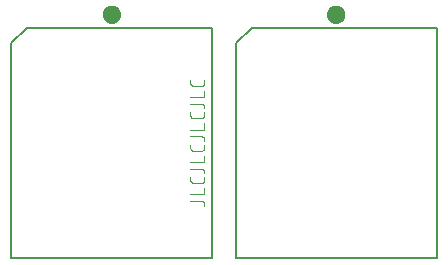
<source format=gbr>
G04 EAGLE Gerber RS-274X export*
G75*
%MOMM*%
%FSLAX34Y34*%
%LPD*%
%INSilkscreen Top*%
%IPPOS*%
%AMOC8*
5,1,8,0,0,1.08239X$1,22.5*%
G01*
%ADD10C,0.101600*%
%ADD11C,0.127000*%
%ADD12C,1.000000*%


D10*
X168148Y64930D02*
X177236Y64930D01*
X177236Y64929D02*
X177335Y64927D01*
X177435Y64921D01*
X177534Y64912D01*
X177632Y64899D01*
X177730Y64882D01*
X177828Y64861D01*
X177924Y64836D01*
X178019Y64808D01*
X178113Y64776D01*
X178206Y64741D01*
X178298Y64702D01*
X178388Y64659D01*
X178476Y64614D01*
X178563Y64564D01*
X178647Y64512D01*
X178730Y64456D01*
X178810Y64398D01*
X178888Y64336D01*
X178963Y64271D01*
X179036Y64203D01*
X179106Y64133D01*
X179174Y64060D01*
X179239Y63985D01*
X179301Y63907D01*
X179359Y63827D01*
X179415Y63744D01*
X179467Y63660D01*
X179517Y63573D01*
X179562Y63485D01*
X179605Y63395D01*
X179644Y63303D01*
X179679Y63210D01*
X179711Y63116D01*
X179739Y63021D01*
X179764Y62925D01*
X179785Y62827D01*
X179802Y62729D01*
X179815Y62631D01*
X179824Y62532D01*
X179830Y62432D01*
X179832Y62333D01*
X179832Y61035D01*
X179832Y70607D02*
X168148Y70607D01*
X179832Y70607D02*
X179832Y75800D01*
X179832Y82672D02*
X179832Y85269D01*
X179832Y82672D02*
X179830Y82573D01*
X179824Y82473D01*
X179815Y82374D01*
X179802Y82276D01*
X179785Y82178D01*
X179764Y82080D01*
X179739Y81984D01*
X179711Y81889D01*
X179679Y81795D01*
X179644Y81702D01*
X179605Y81610D01*
X179562Y81520D01*
X179517Y81432D01*
X179467Y81345D01*
X179415Y81261D01*
X179359Y81178D01*
X179301Y81098D01*
X179239Y81020D01*
X179174Y80945D01*
X179106Y80872D01*
X179036Y80802D01*
X178963Y80734D01*
X178888Y80669D01*
X178810Y80607D01*
X178730Y80549D01*
X178647Y80493D01*
X178563Y80441D01*
X178476Y80391D01*
X178388Y80346D01*
X178298Y80303D01*
X178206Y80264D01*
X178113Y80229D01*
X178019Y80197D01*
X177924Y80169D01*
X177828Y80144D01*
X177730Y80123D01*
X177632Y80106D01*
X177534Y80093D01*
X177435Y80084D01*
X177335Y80078D01*
X177236Y80076D01*
X170744Y80076D01*
X170645Y80078D01*
X170545Y80084D01*
X170446Y80093D01*
X170348Y80106D01*
X170250Y80124D01*
X170152Y80144D01*
X170056Y80169D01*
X169960Y80197D01*
X169866Y80229D01*
X169773Y80264D01*
X169682Y80303D01*
X169592Y80346D01*
X169503Y80391D01*
X169417Y80441D01*
X169332Y80493D01*
X169250Y80549D01*
X169170Y80608D01*
X169092Y80669D01*
X169016Y80734D01*
X168943Y80802D01*
X168873Y80872D01*
X168805Y80945D01*
X168740Y81021D01*
X168679Y81099D01*
X168620Y81179D01*
X168564Y81261D01*
X168512Y81346D01*
X168463Y81432D01*
X168417Y81521D01*
X168374Y81611D01*
X168335Y81702D01*
X168300Y81795D01*
X168268Y81889D01*
X168240Y81985D01*
X168215Y82081D01*
X168195Y82179D01*
X168177Y82277D01*
X168164Y82375D01*
X168155Y82474D01*
X168149Y82573D01*
X168147Y82673D01*
X168148Y82672D02*
X168148Y85269D01*
X168148Y92362D02*
X177236Y92362D01*
X177236Y92361D02*
X177335Y92359D01*
X177435Y92353D01*
X177534Y92344D01*
X177632Y92331D01*
X177730Y92314D01*
X177828Y92293D01*
X177924Y92268D01*
X178019Y92240D01*
X178113Y92208D01*
X178206Y92173D01*
X178298Y92134D01*
X178388Y92091D01*
X178476Y92046D01*
X178563Y91996D01*
X178647Y91944D01*
X178730Y91888D01*
X178810Y91830D01*
X178888Y91768D01*
X178963Y91703D01*
X179036Y91635D01*
X179106Y91565D01*
X179174Y91492D01*
X179239Y91417D01*
X179301Y91339D01*
X179359Y91259D01*
X179415Y91176D01*
X179467Y91092D01*
X179517Y91005D01*
X179562Y90917D01*
X179605Y90827D01*
X179644Y90735D01*
X179679Y90642D01*
X179711Y90548D01*
X179739Y90453D01*
X179764Y90357D01*
X179785Y90259D01*
X179802Y90161D01*
X179815Y90063D01*
X179824Y89964D01*
X179830Y89864D01*
X179832Y89765D01*
X179832Y88467D01*
X179832Y98039D02*
X168148Y98039D01*
X179832Y98039D02*
X179832Y103232D01*
X179832Y110104D02*
X179832Y112701D01*
X179832Y110104D02*
X179830Y110005D01*
X179824Y109905D01*
X179815Y109806D01*
X179802Y109708D01*
X179785Y109610D01*
X179764Y109512D01*
X179739Y109416D01*
X179711Y109321D01*
X179679Y109227D01*
X179644Y109134D01*
X179605Y109042D01*
X179562Y108952D01*
X179517Y108864D01*
X179467Y108777D01*
X179415Y108693D01*
X179359Y108610D01*
X179301Y108530D01*
X179239Y108452D01*
X179174Y108377D01*
X179106Y108304D01*
X179036Y108234D01*
X178963Y108166D01*
X178888Y108101D01*
X178810Y108039D01*
X178730Y107981D01*
X178647Y107925D01*
X178563Y107873D01*
X178476Y107823D01*
X178388Y107778D01*
X178298Y107735D01*
X178206Y107696D01*
X178113Y107661D01*
X178019Y107629D01*
X177924Y107601D01*
X177828Y107576D01*
X177730Y107555D01*
X177632Y107538D01*
X177534Y107525D01*
X177435Y107516D01*
X177335Y107510D01*
X177236Y107508D01*
X170744Y107508D01*
X170645Y107510D01*
X170545Y107516D01*
X170446Y107525D01*
X170348Y107538D01*
X170250Y107556D01*
X170152Y107576D01*
X170056Y107601D01*
X169960Y107629D01*
X169866Y107661D01*
X169773Y107696D01*
X169682Y107735D01*
X169592Y107778D01*
X169503Y107823D01*
X169417Y107873D01*
X169332Y107925D01*
X169250Y107981D01*
X169170Y108040D01*
X169092Y108101D01*
X169016Y108166D01*
X168943Y108234D01*
X168873Y108304D01*
X168805Y108377D01*
X168740Y108453D01*
X168679Y108531D01*
X168620Y108611D01*
X168564Y108693D01*
X168512Y108778D01*
X168463Y108864D01*
X168417Y108953D01*
X168374Y109043D01*
X168335Y109134D01*
X168300Y109227D01*
X168268Y109321D01*
X168240Y109417D01*
X168215Y109513D01*
X168195Y109611D01*
X168177Y109709D01*
X168164Y109807D01*
X168155Y109906D01*
X168149Y110005D01*
X168147Y110105D01*
X168148Y110104D02*
X168148Y112701D01*
X168148Y119794D02*
X177236Y119794D01*
X177236Y119793D02*
X177335Y119791D01*
X177435Y119785D01*
X177534Y119776D01*
X177632Y119763D01*
X177730Y119746D01*
X177828Y119725D01*
X177924Y119700D01*
X178019Y119672D01*
X178113Y119640D01*
X178206Y119605D01*
X178298Y119566D01*
X178388Y119523D01*
X178476Y119478D01*
X178563Y119428D01*
X178647Y119376D01*
X178730Y119320D01*
X178810Y119262D01*
X178888Y119200D01*
X178963Y119135D01*
X179036Y119067D01*
X179106Y118997D01*
X179174Y118924D01*
X179239Y118849D01*
X179301Y118771D01*
X179359Y118691D01*
X179415Y118608D01*
X179467Y118524D01*
X179517Y118437D01*
X179562Y118349D01*
X179605Y118259D01*
X179644Y118167D01*
X179679Y118074D01*
X179711Y117980D01*
X179739Y117885D01*
X179764Y117789D01*
X179785Y117691D01*
X179802Y117593D01*
X179815Y117495D01*
X179824Y117396D01*
X179830Y117296D01*
X179832Y117197D01*
X179832Y115899D01*
X179832Y125471D02*
X168148Y125471D01*
X179832Y125471D02*
X179832Y130664D01*
X179832Y137536D02*
X179832Y140133D01*
X179832Y137536D02*
X179830Y137437D01*
X179824Y137337D01*
X179815Y137238D01*
X179802Y137140D01*
X179785Y137042D01*
X179764Y136944D01*
X179739Y136848D01*
X179711Y136753D01*
X179679Y136659D01*
X179644Y136566D01*
X179605Y136474D01*
X179562Y136384D01*
X179517Y136296D01*
X179467Y136209D01*
X179415Y136125D01*
X179359Y136042D01*
X179301Y135962D01*
X179239Y135884D01*
X179174Y135809D01*
X179106Y135736D01*
X179036Y135666D01*
X178963Y135598D01*
X178888Y135533D01*
X178810Y135471D01*
X178730Y135413D01*
X178647Y135357D01*
X178563Y135305D01*
X178476Y135255D01*
X178388Y135210D01*
X178298Y135167D01*
X178206Y135128D01*
X178113Y135093D01*
X178019Y135061D01*
X177924Y135033D01*
X177828Y135008D01*
X177730Y134987D01*
X177632Y134970D01*
X177534Y134957D01*
X177435Y134948D01*
X177335Y134942D01*
X177236Y134940D01*
X170744Y134940D01*
X170645Y134942D01*
X170545Y134948D01*
X170446Y134957D01*
X170348Y134970D01*
X170250Y134988D01*
X170152Y135008D01*
X170056Y135033D01*
X169960Y135061D01*
X169866Y135093D01*
X169773Y135128D01*
X169682Y135167D01*
X169592Y135210D01*
X169503Y135255D01*
X169417Y135305D01*
X169332Y135357D01*
X169250Y135413D01*
X169170Y135472D01*
X169092Y135533D01*
X169016Y135598D01*
X168943Y135666D01*
X168873Y135736D01*
X168805Y135809D01*
X168740Y135885D01*
X168679Y135963D01*
X168620Y136043D01*
X168564Y136125D01*
X168512Y136210D01*
X168463Y136296D01*
X168417Y136385D01*
X168374Y136475D01*
X168335Y136566D01*
X168300Y136659D01*
X168268Y136753D01*
X168240Y136849D01*
X168215Y136945D01*
X168195Y137043D01*
X168177Y137141D01*
X168164Y137239D01*
X168155Y137338D01*
X168149Y137437D01*
X168147Y137537D01*
X168148Y137536D02*
X168148Y140133D01*
X168148Y147226D02*
X177236Y147226D01*
X177236Y147225D02*
X177335Y147223D01*
X177435Y147217D01*
X177534Y147208D01*
X177632Y147195D01*
X177730Y147178D01*
X177828Y147157D01*
X177924Y147132D01*
X178019Y147104D01*
X178113Y147072D01*
X178206Y147037D01*
X178298Y146998D01*
X178388Y146955D01*
X178476Y146910D01*
X178563Y146860D01*
X178647Y146808D01*
X178730Y146752D01*
X178810Y146694D01*
X178888Y146632D01*
X178963Y146567D01*
X179036Y146499D01*
X179106Y146429D01*
X179174Y146356D01*
X179239Y146281D01*
X179301Y146203D01*
X179359Y146123D01*
X179415Y146040D01*
X179467Y145956D01*
X179517Y145869D01*
X179562Y145781D01*
X179605Y145691D01*
X179644Y145599D01*
X179679Y145506D01*
X179711Y145412D01*
X179739Y145317D01*
X179764Y145221D01*
X179785Y145123D01*
X179802Y145025D01*
X179815Y144927D01*
X179824Y144828D01*
X179830Y144728D01*
X179832Y144629D01*
X179832Y143331D01*
X179832Y152903D02*
X168148Y152903D01*
X179832Y152903D02*
X179832Y158096D01*
X179832Y164968D02*
X179832Y167565D01*
X179832Y164968D02*
X179830Y164869D01*
X179824Y164769D01*
X179815Y164670D01*
X179802Y164572D01*
X179785Y164474D01*
X179764Y164376D01*
X179739Y164280D01*
X179711Y164185D01*
X179679Y164091D01*
X179644Y163998D01*
X179605Y163906D01*
X179562Y163816D01*
X179517Y163728D01*
X179467Y163641D01*
X179415Y163557D01*
X179359Y163474D01*
X179301Y163394D01*
X179239Y163316D01*
X179174Y163241D01*
X179106Y163168D01*
X179036Y163098D01*
X178963Y163030D01*
X178888Y162965D01*
X178810Y162903D01*
X178730Y162845D01*
X178647Y162789D01*
X178563Y162737D01*
X178476Y162687D01*
X178388Y162642D01*
X178298Y162599D01*
X178206Y162560D01*
X178113Y162525D01*
X178019Y162493D01*
X177924Y162465D01*
X177828Y162440D01*
X177730Y162419D01*
X177632Y162402D01*
X177534Y162389D01*
X177435Y162380D01*
X177335Y162374D01*
X177236Y162372D01*
X170744Y162372D01*
X170645Y162374D01*
X170545Y162380D01*
X170446Y162389D01*
X170348Y162402D01*
X170250Y162420D01*
X170152Y162440D01*
X170056Y162465D01*
X169960Y162493D01*
X169866Y162525D01*
X169773Y162560D01*
X169682Y162599D01*
X169592Y162642D01*
X169503Y162687D01*
X169417Y162737D01*
X169332Y162789D01*
X169250Y162845D01*
X169170Y162904D01*
X169092Y162965D01*
X169016Y163030D01*
X168943Y163098D01*
X168873Y163168D01*
X168805Y163241D01*
X168740Y163317D01*
X168679Y163395D01*
X168620Y163475D01*
X168564Y163557D01*
X168512Y163642D01*
X168463Y163728D01*
X168417Y163817D01*
X168374Y163907D01*
X168335Y163998D01*
X168300Y164091D01*
X168268Y164185D01*
X168240Y164281D01*
X168215Y164377D01*
X168195Y164475D01*
X168177Y164573D01*
X168164Y164671D01*
X168155Y164770D01*
X168149Y164869D01*
X168147Y164969D01*
X168148Y164968D02*
X168148Y167565D01*
D11*
X220000Y211800D02*
X376600Y211800D01*
X376600Y16800D01*
X206600Y16800D01*
X206600Y198400D01*
D12*
X289100Y222700D02*
X289102Y222799D01*
X289108Y222899D01*
X289118Y222998D01*
X289132Y223096D01*
X289149Y223194D01*
X289171Y223291D01*
X289196Y223387D01*
X289225Y223482D01*
X289258Y223576D01*
X289295Y223668D01*
X289335Y223759D01*
X289379Y223848D01*
X289427Y223936D01*
X289478Y224021D01*
X289532Y224104D01*
X289589Y224186D01*
X289650Y224264D01*
X289714Y224341D01*
X289780Y224414D01*
X289850Y224485D01*
X289922Y224553D01*
X289997Y224619D01*
X290075Y224681D01*
X290155Y224740D01*
X290237Y224796D01*
X290321Y224848D01*
X290408Y224897D01*
X290496Y224943D01*
X290586Y224985D01*
X290678Y225024D01*
X290771Y225059D01*
X290865Y225090D01*
X290961Y225117D01*
X291058Y225140D01*
X291155Y225160D01*
X291253Y225176D01*
X291352Y225188D01*
X291451Y225196D01*
X291550Y225200D01*
X291650Y225200D01*
X291749Y225196D01*
X291848Y225188D01*
X291947Y225176D01*
X292045Y225160D01*
X292142Y225140D01*
X292239Y225117D01*
X292335Y225090D01*
X292429Y225059D01*
X292522Y225024D01*
X292614Y224985D01*
X292704Y224943D01*
X292792Y224897D01*
X292879Y224848D01*
X292963Y224796D01*
X293045Y224740D01*
X293125Y224681D01*
X293203Y224619D01*
X293278Y224553D01*
X293350Y224485D01*
X293420Y224414D01*
X293486Y224341D01*
X293550Y224264D01*
X293611Y224186D01*
X293668Y224104D01*
X293722Y224021D01*
X293773Y223936D01*
X293821Y223848D01*
X293865Y223759D01*
X293905Y223668D01*
X293942Y223576D01*
X293975Y223482D01*
X294004Y223387D01*
X294029Y223291D01*
X294051Y223194D01*
X294068Y223096D01*
X294082Y222998D01*
X294092Y222899D01*
X294098Y222799D01*
X294100Y222700D01*
X294098Y222601D01*
X294092Y222501D01*
X294082Y222402D01*
X294068Y222304D01*
X294051Y222206D01*
X294029Y222109D01*
X294004Y222013D01*
X293975Y221918D01*
X293942Y221824D01*
X293905Y221732D01*
X293865Y221641D01*
X293821Y221552D01*
X293773Y221464D01*
X293722Y221379D01*
X293668Y221296D01*
X293611Y221214D01*
X293550Y221136D01*
X293486Y221059D01*
X293420Y220986D01*
X293350Y220915D01*
X293278Y220847D01*
X293203Y220781D01*
X293125Y220719D01*
X293045Y220660D01*
X292963Y220604D01*
X292879Y220552D01*
X292792Y220503D01*
X292704Y220457D01*
X292614Y220415D01*
X292522Y220376D01*
X292429Y220341D01*
X292335Y220310D01*
X292239Y220283D01*
X292142Y220260D01*
X292045Y220240D01*
X291947Y220224D01*
X291848Y220212D01*
X291749Y220204D01*
X291650Y220200D01*
X291550Y220200D01*
X291451Y220204D01*
X291352Y220212D01*
X291253Y220224D01*
X291155Y220240D01*
X291058Y220260D01*
X290961Y220283D01*
X290865Y220310D01*
X290771Y220341D01*
X290678Y220376D01*
X290586Y220415D01*
X290496Y220457D01*
X290408Y220503D01*
X290321Y220552D01*
X290237Y220604D01*
X290155Y220660D01*
X290075Y220719D01*
X289997Y220781D01*
X289922Y220847D01*
X289850Y220915D01*
X289780Y220986D01*
X289714Y221059D01*
X289650Y221136D01*
X289589Y221214D01*
X289532Y221296D01*
X289478Y221379D01*
X289427Y221464D01*
X289379Y221552D01*
X289335Y221641D01*
X289295Y221732D01*
X289258Y221824D01*
X289225Y221918D01*
X289196Y222013D01*
X289171Y222109D01*
X289149Y222206D01*
X289132Y222304D01*
X289118Y222402D01*
X289108Y222501D01*
X289102Y222601D01*
X289100Y222700D01*
D11*
X220000Y211800D02*
X206600Y198400D01*
X186600Y211800D02*
X30000Y211800D01*
X186600Y211800D02*
X186600Y16800D01*
X16600Y16800D01*
X16600Y198400D01*
D12*
X99100Y222700D02*
X99102Y222799D01*
X99108Y222899D01*
X99118Y222998D01*
X99132Y223096D01*
X99149Y223194D01*
X99171Y223291D01*
X99196Y223387D01*
X99225Y223482D01*
X99258Y223576D01*
X99295Y223668D01*
X99335Y223759D01*
X99379Y223848D01*
X99427Y223936D01*
X99478Y224021D01*
X99532Y224104D01*
X99589Y224186D01*
X99650Y224264D01*
X99714Y224341D01*
X99780Y224414D01*
X99850Y224485D01*
X99922Y224553D01*
X99997Y224619D01*
X100075Y224681D01*
X100155Y224740D01*
X100237Y224796D01*
X100321Y224848D01*
X100408Y224897D01*
X100496Y224943D01*
X100586Y224985D01*
X100678Y225024D01*
X100771Y225059D01*
X100865Y225090D01*
X100961Y225117D01*
X101058Y225140D01*
X101155Y225160D01*
X101253Y225176D01*
X101352Y225188D01*
X101451Y225196D01*
X101550Y225200D01*
X101650Y225200D01*
X101749Y225196D01*
X101848Y225188D01*
X101947Y225176D01*
X102045Y225160D01*
X102142Y225140D01*
X102239Y225117D01*
X102335Y225090D01*
X102429Y225059D01*
X102522Y225024D01*
X102614Y224985D01*
X102704Y224943D01*
X102792Y224897D01*
X102879Y224848D01*
X102963Y224796D01*
X103045Y224740D01*
X103125Y224681D01*
X103203Y224619D01*
X103278Y224553D01*
X103350Y224485D01*
X103420Y224414D01*
X103486Y224341D01*
X103550Y224264D01*
X103611Y224186D01*
X103668Y224104D01*
X103722Y224021D01*
X103773Y223936D01*
X103821Y223848D01*
X103865Y223759D01*
X103905Y223668D01*
X103942Y223576D01*
X103975Y223482D01*
X104004Y223387D01*
X104029Y223291D01*
X104051Y223194D01*
X104068Y223096D01*
X104082Y222998D01*
X104092Y222899D01*
X104098Y222799D01*
X104100Y222700D01*
X104098Y222601D01*
X104092Y222501D01*
X104082Y222402D01*
X104068Y222304D01*
X104051Y222206D01*
X104029Y222109D01*
X104004Y222013D01*
X103975Y221918D01*
X103942Y221824D01*
X103905Y221732D01*
X103865Y221641D01*
X103821Y221552D01*
X103773Y221464D01*
X103722Y221379D01*
X103668Y221296D01*
X103611Y221214D01*
X103550Y221136D01*
X103486Y221059D01*
X103420Y220986D01*
X103350Y220915D01*
X103278Y220847D01*
X103203Y220781D01*
X103125Y220719D01*
X103045Y220660D01*
X102963Y220604D01*
X102879Y220552D01*
X102792Y220503D01*
X102704Y220457D01*
X102614Y220415D01*
X102522Y220376D01*
X102429Y220341D01*
X102335Y220310D01*
X102239Y220283D01*
X102142Y220260D01*
X102045Y220240D01*
X101947Y220224D01*
X101848Y220212D01*
X101749Y220204D01*
X101650Y220200D01*
X101550Y220200D01*
X101451Y220204D01*
X101352Y220212D01*
X101253Y220224D01*
X101155Y220240D01*
X101058Y220260D01*
X100961Y220283D01*
X100865Y220310D01*
X100771Y220341D01*
X100678Y220376D01*
X100586Y220415D01*
X100496Y220457D01*
X100408Y220503D01*
X100321Y220552D01*
X100237Y220604D01*
X100155Y220660D01*
X100075Y220719D01*
X99997Y220781D01*
X99922Y220847D01*
X99850Y220915D01*
X99780Y220986D01*
X99714Y221059D01*
X99650Y221136D01*
X99589Y221214D01*
X99532Y221296D01*
X99478Y221379D01*
X99427Y221464D01*
X99379Y221552D01*
X99335Y221641D01*
X99295Y221732D01*
X99258Y221824D01*
X99225Y221918D01*
X99196Y222013D01*
X99171Y222109D01*
X99149Y222206D01*
X99132Y222304D01*
X99118Y222402D01*
X99108Y222501D01*
X99102Y222601D01*
X99100Y222700D01*
D11*
X30000Y211800D02*
X16600Y198400D01*
M02*

</source>
